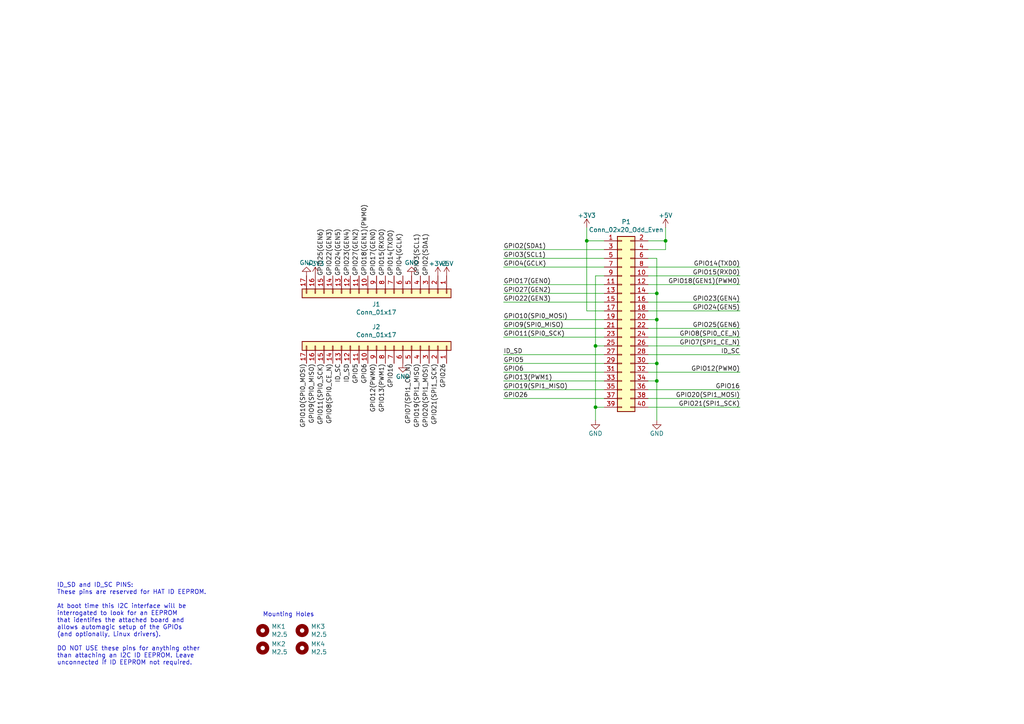
<source format=kicad_sch>
(kicad_sch (version 20230121) (generator eeschema)
  (paper "A4")
  (title_block (date "15 nov 2012"))
  (lib_symbols
    (symbol "Connector_Generic:Conn_01x17" (pin_names (offset 1.016) hide)
      (property "Reference" "J" (at 0 22.86 0))
      (property "Value" "Conn_01x17" (at 0 -22.86 0))
      (symbol "Conn_01x17_1_1"
        (rectangle (start -1.27 -20.193) (end 0 -20.447) (stroke (width 0.1524)))
        (rectangle (start -1.27 -17.653) (end 0 -17.907) (stroke (width 0.1524)))
        (rectangle (start -1.27 -15.113) (end 0 -15.367) (stroke (width 0.1524)))
        (rectangle (start -1.27 -12.573) (end 0 -12.827) (stroke (width 0.1524)))
        (rectangle (start -1.27 -10.033) (end 0 -10.287) (stroke (width 0.1524)))
        (rectangle (start -1.27 -7.493) (end 0 -7.747) (stroke (width 0.1524)))
        (rectangle (start -1.27 -4.953) (end 0 -5.207) (stroke (width 0.1524)))
        (rectangle (start -1.27 -2.413) (end 0 -2.667) (stroke (width 0.1524)))
        (rectangle (start -1.27 0.127) (end 0 -0.127) (stroke (width 0.1524)))
        (rectangle (start -1.27 2.667) (end 0 2.413) (stroke (width 0.1524)))
        (rectangle (start -1.27 5.207) (end 0 4.953) (stroke (width 0.1524)))
        (rectangle (start -1.27 7.747) (end 0 7.493) (stroke (width 0.1524)))
        (rectangle (start -1.27 10.287) (end 0 10.033) (stroke (width 0.1524)))
        (rectangle (start -1.27 12.827) (end 0 12.573) (stroke (width 0.1524)))
        (rectangle (start -1.27 15.367) (end 0 15.113) (stroke (width 0.1524)))
        (rectangle (start -1.27 17.907) (end 0 17.653) (stroke (width 0.1524)))
        (rectangle (start -1.27 20.447) (end 0 20.193) (stroke (width 0.1524)))
        (rectangle (start -1.27 21.59) (end 1.27 -21.59) (stroke (width 0.254)) (fill (type background)))
        (pin passive line (at -5.08 20.32 0) (length 3.81) (name "Pin_1") (number "1"))
        (pin passive line (at -5.08 -2.54 0) (length 3.81) (name "Pin_10") (number "10"))
        (pin passive line (at -5.08 -5.08 0) (length 3.81) (name "Pin_11") (number "11"))
        (pin passive line (at -5.08 -7.62 0) (length 3.81) (name "Pin_12") (number "12"))
        (pin passive line (at -5.08 -10.16 0) (length 3.81) (name "Pin_13") (number "13"))
        (pin passive line (at -5.08 -12.7 0) (length 3.81) (name "Pin_14") (number "14"))
        (pin passive line (at -5.08 -15.24 0) (length 3.81) (name "Pin_15") (number "15"))
        (pin passive line (at -5.08 -17.78 0) (length 3.81) (name "Pin_16") (number "16"))
        (pin passive line (at -5.08 -20.32 0) (length 3.81) (name "Pin_17") (number "17"))
        (pin passive line (at -5.08 17.78 0) (length 3.81) (name "Pin_2") (number "2"))
        (pin passive line (at -5.08 15.24 0) (length 3.81) (name "Pin_3") (number "3"))
        (pin passive line (at -5.08 12.7 0) (length 3.81) (name "Pin_4") (number "4"))
        (pin passive line (at -5.08 10.16 0) (length 3.81) (name "Pin_5") (number "5"))
        (pin passive line (at -5.08 7.62 0) (length 3.81) (name "Pin_6") (number "6"))
        (pin passive line (at -5.08 5.08 0) (length 3.81) (name "Pin_7") (number "7"))
        (pin passive line (at -5.08 2.54 0) (length 3.81) (name "Pin_8") (number "8"))
        (pin passive line (at -5.08 0 0) (length 3.81) (name "Pin_9") (number "9"))
      )
    )
    (symbol "Connector_Generic:Conn_02x20_Odd_Even" (pin_names (offset 1.016) hide)
      (property "Reference" "J" (at 1.27 25.4 0))
      (property "Value" "Conn_02x20_Odd_Even" (at 1.27 -27.94 0))
      (symbol "Conn_02x20_Odd_Even_1_1"
        (rectangle (start -1.27 -25.273) (end 0 -25.527) (stroke (width 0.1524)))
        (rectangle (start -1.27 -22.733) (end 0 -22.987) (stroke (width 0.1524)))
        (rectangle (start -1.27 -20.193) (end 0 -20.447) (stroke (width 0.1524)))
        (rectangle (start -1.27 -17.653) (end 0 -17.907) (stroke (width 0.1524)))
        (rectangle (start -1.27 -15.113) (end 0 -15.367) (stroke (width 0.1524)))
        (rectangle (start -1.27 -12.573) (end 0 -12.827) (stroke (width 0.1524)))
        (rectangle (start -1.27 -10.033) (end 0 -10.287) (stroke (width 0.1524)))
        (rectangle (start -1.27 -7.493) (end 0 -7.747) (stroke (width 0.1524)))
        (rectangle (start -1.27 -4.953) (end 0 -5.207) (stroke (width 0.1524)))
        (rectangle (start -1.27 -2.413) (end 0 -2.667) (stroke (width 0.1524)))
        (rectangle (start -1.27 0.127) (end 0 -0.127) (stroke (width 0.1524)))
        (rectangle (start -1.27 2.667) (end 0 2.413) (stroke (width 0.1524)))
        (rectangle (start -1.27 5.207) (end 0 4.953) (stroke (width 0.1524)))
        (rectangle (start -1.27 7.747) (end 0 7.493) (stroke (width 0.1524)))
        (rectangle (start -1.27 10.287) (end 0 10.033) (stroke (width 0.1524)))
        (rectangle (start -1.27 12.827) (end 0 12.573) (stroke (width 0.1524)))
        (rectangle (start -1.27 15.367) (end 0 15.113) (stroke (width 0.1524)))
        (rectangle (start -1.27 17.907) (end 0 17.653) (stroke (width 0.1524)))
        (rectangle (start -1.27 20.447) (end 0 20.193) (stroke (width 0.1524)))
        (rectangle (start -1.27 22.987) (end 0 22.733) (stroke (width 0.1524)))
        (rectangle (start -1.27 24.13) (end 3.81 -26.67) (stroke (width 0.254)) (fill (type background)))
        (rectangle (start 3.81 -25.273) (end 2.54 -25.527) (stroke (width 0.1524)))
        (rectangle (start 3.81 -22.733) (end 2.54 -22.987) (stroke (width 0.1524)))
        (rectangle (start 3.81 -20.193) (end 2.54 -20.447) (stroke (width 0.1524)))
        (rectangle (start 3.81 -17.653) (end 2.54 -17.907) (stroke (width 0.1524)))
        (rectangle (start 3.81 -15.113) (end 2.54 -15.367) (stroke (width 0.1524)))
        (rectangle (start 3.81 -12.573) (end 2.54 -12.827) (stroke (width 0.1524)))
        (rectangle (start 3.81 -10.033) (end 2.54 -10.287) (stroke (width 0.1524)))
        (rectangle (start 3.81 -7.493) (end 2.54 -7.747) (stroke (width 0.1524)))
        (rectangle (start 3.81 -4.953) (end 2.54 -5.207) (stroke (width 0.1524)))
        (rectangle (start 3.81 -2.413) (end 2.54 -2.667) (stroke (width 0.1524)))
        (rectangle (start 3.81 0.127) (end 2.54 -0.127) (stroke (width 0.1524)))
        (rectangle (start 3.81 2.667) (end 2.54 2.413) (stroke (width 0.1524)))
        (rectangle (start 3.81 5.207) (end 2.54 4.953) (stroke (width 0.1524)))
        (rectangle (start 3.81 7.747) (end 2.54 7.493) (stroke (width 0.1524)))
        (rectangle (start 3.81 10.287) (end 2.54 10.033) (stroke (width 0.1524)))
        (rectangle (start 3.81 12.827) (end 2.54 12.573) (stroke (width 0.1524)))
        (rectangle (start 3.81 15.367) (end 2.54 15.113) (stroke (width 0.1524)))
        (rectangle (start 3.81 17.907) (end 2.54 17.653) (stroke (width 0.1524)))
        (rectangle (start 3.81 20.447) (end 2.54 20.193) (stroke (width 0.1524)))
        (rectangle (start 3.81 22.987) (end 2.54 22.733) (stroke (width 0.1524)))
        (pin passive line (at -5.08 22.86 0) (length 3.81) (name "Pin_1") (number "1"))
        (pin passive line (at 7.62 12.7 180) (length 3.81) (name "Pin_10") (number "10"))
        (pin passive line (at -5.08 10.16 0) (length 3.81) (name "Pin_11") (number "11"))
        (pin passive line (at 7.62 10.16 180) (length 3.81) (name "Pin_12") (number "12"))
        (pin passive line (at -5.08 7.62 0) (length 3.81) (name "Pin_13") (number "13"))
        (pin passive line (at 7.62 7.62 180) (length 3.81) (name "Pin_14") (number "14"))
        (pin passive line (at -5.08 5.08 0) (length 3.81) (name "Pin_15") (number "15"))
        (pin passive line (at 7.62 5.08 180) (length 3.81) (name "Pin_16") (number "16"))
        (pin passive line (at -5.08 2.54 0) (length 3.81) (name "Pin_17") (number "17"))
        (pin passive line (at 7.62 2.54 180) (length 3.81) (name "Pin_18") (number "18"))
        (pin passive line (at -5.08 0 0) (length 3.81) (name "Pin_19") (number "19"))
        (pin passive line (at 7.62 22.86 180) (length 3.81) (name "Pin_2") (number "2"))
        (pin passive line (at 7.62 0 180) (length 3.81) (name "Pin_20") (number "20"))
        (pin passive line (at -5.08 -2.54 0) (length 3.81) (name "Pin_21") (number "21"))
        (pin passive line (at 7.62 -2.54 180) (length 3.81) (name "Pin_22") (number "22"))
        (pin passive line (at -5.08 -5.08 0) (length 3.81) (name "Pin_23") (number "23"))
        (pin passive line (at 7.62 -5.08 180) (length 3.81) (name "Pin_24") (number "24"))
        (pin passive line (at -5.08 -7.62 0) (length 3.81) (name "Pin_25") (number "25"))
        (pin passive line (at 7.62 -7.62 180) (length 3.81) (name "Pin_26") (number "26"))
        (pin passive line (at -5.08 -10.16 0) (length 3.81) (name "Pin_27") (number "27"))
        (pin passive line (at 7.62 -10.16 180) (length 3.81) (name "Pin_28") (number "28"))
        (pin passive line (at -5.08 -12.7 0) (length 3.81) (name "Pin_29") (number "29"))
        (pin passive line (at -5.08 20.32 0) (length 3.81) (name "Pin_3") (number "3"))
        (pin passive line (at 7.62 -12.7 180) (length 3.81) (name "Pin_30") (number "30"))
        (pin passive line (at -5.08 -15.24 0) (length 3.81) (name "Pin_31") (number "31"))
        (pin passive line (at 7.62 -15.24 180) (length 3.81) (name "Pin_32") (number "32"))
        (pin passive line (at -5.08 -17.78 0) (length 3.81) (name "Pin_33") (number "33"))
        (pin passive line (at 7.62 -17.78 180) (length 3.81) (name "Pin_34") (number "34"))
        (pin passive line (at -5.08 -20.32 0) (length 3.81) (name "Pin_35") (number "35"))
        (pin passive line (at 7.62 -20.32 180) (length 3.81) (name "Pin_36") (number "36"))
        (pin passive line (at -5.08 -22.86 0) (length 3.81) (name "Pin_37") (number "37"))
        (pin passive line (at 7.62 -22.86 180) (length 3.81) (name "Pin_38") (number "38"))
        (pin passive line (at -5.08 -25.4 0) (length 3.81) (name "Pin_39") (number "39"))
        (pin passive line (at 7.62 20.32 180) (length 3.81) (name "Pin_4") (number "4"))
        (pin passive line (at 7.62 -25.4 180) (length 3.81) (name "Pin_40") (number "40"))
        (pin passive line (at -5.08 17.78 0) (length 3.81) (name "Pin_5") (number "5"))
        (pin passive line (at 7.62 17.78 180) (length 3.81) (name "Pin_6") (number "6"))
        (pin passive line (at -5.08 15.24 0) (length 3.81) (name "Pin_7") (number "7"))
        (pin passive line (at 7.62 15.24 180) (length 3.81) (name "Pin_8") (number "8"))
        (pin passive line (at -5.08 12.7 0) (length 3.81) (name "Pin_9") (number "9"))
      )
    )
    (symbol "main_pcb-rescue:+3.3V-power" (power) (pin_names (offset 0))
      (property "Value" "+3.3V-power" (at 0 3.556 0))
      (symbol "+3.3V-power_0_1"
        (polyline (pts (xy -0.762 1.27) (xy 0 2.54)))
        (polyline (pts (xy 0 0) (xy 0 2.54)))
        (polyline (pts (xy 0 2.54) (xy 0.762 1.27)))
      )
      (symbol "+3.3V-power_1_1"
        (pin power_in line (at 0 0 90) (length 0) hide (name "+3V3") (number "1"))
      )
    )
    (symbol "main_pcb-rescue:Mounting_Hole-Mechanical-main_pcb-rescue" (pin_names (offset 1.016))
      (property "Reference" "MK" (at 0 5.08 0))
      (property "Value" "main_pcb-rescue_Mounting_Hole-Mechanical" (at 0 3.175 0))
      (symbol "Mounting_Hole-Mechanical-main_pcb-rescue_0_1"
        (circle (center 0 0) (radius 1.27) (stroke (width 1.27)))
      )
    )
    (symbol "power:+5V" (power) (pin_names (offset 0))
      (property "Value" "+5V" (at 0 3.556 0))
      (symbol "+5V_0_1"
        (polyline (pts (xy -0.762 1.27) (xy 0 2.54)))
        (polyline (pts (xy 0 0) (xy 0 2.54)))
        (polyline (pts (xy 0 2.54) (xy 0.762 1.27)))
      )
      (symbol "+5V_1_1"
        (pin power_in line (at 0 0 90) (length 0) hide (name "+5V") (number "1"))
      )
    )
    (symbol "power:GND" (power) (pin_names (offset 0))
      (property "Value" "GND" (at 0 -3.81 0))
      (symbol "GND_0_1"
        (polyline (pts (xy 0 0) (xy 0 -1.27) (xy 1.27 -1.27) (xy 0 -2.54) (xy -1.27 -1.27) (xy 0 -1.27)))
      )
      (symbol "GND_1_1"
        (pin power_in line (at 0 0 270) (length 0) hide (name "GND") (number "1"))
      )
    )
  )
  (junction (at 190.5 110.49))
  (junction (at 170.18 69.85))
  (junction (at 190.5 105.41))
  (junction (at 190.5 85.09))
  (junction (at 193.04 69.85))
  (junction (at 172.72 100.33))
  (junction (at 172.72 118.11))
  (junction (at 190.5 92.71))
  (wire (pts (xy 146.05 87.63) (xy 175.26 87.63)))
  (wire (pts (xy 187.96 97.79) (xy 214.63 97.79)))
  (wire (pts (xy 146.05 115.57) (xy 175.26 115.57)))
  (wire (pts (xy 193.04 66.04) (xy 193.04 69.85)))
  (wire (pts (xy 193.04 69.85) (xy 187.96 69.85)))
  (wire (pts (xy 172.72 118.11) (xy 172.72 121.92)))
  (wire (pts (xy 172.72 100.33) (xy 175.26 100.33)))
  (wire (pts (xy 190.5 74.93) (xy 187.96 74.93)))
  (wire (pts (xy 175.26 92.71) (xy 146.05 92.71)))
  (wire (pts (xy 190.5 110.49) (xy 190.5 121.92)))
  (wire (pts (xy 187.96 77.47) (xy 214.63 77.47)))
  (wire (pts (xy 190.5 85.09) (xy 190.5 92.71)))
  (wire (pts (xy 146.05 95.25) (xy 175.26 95.25)))
  (wire (pts (xy 175.26 82.55) (xy 146.05 82.55)))
  (wire (pts (xy 187.96 100.33) (xy 214.63 100.33)))
  (wire (pts (xy 190.5 74.93) (xy 190.5 85.09)))
  (wire (pts (xy 172.72 100.33) (xy 172.72 118.11)))
  (wire (pts (xy 175.26 110.49) (xy 146.05 110.49)))
  (wire (pts (xy 190.5 92.71) (xy 187.96 92.71)))
  (wire (pts (xy 146.05 77.47) (xy 175.26 77.47)))
  (wire (pts (xy 170.18 69.85) (xy 170.18 90.17)))
  (wire (pts (xy 172.72 80.01) (xy 175.26 80.01)))
  (wire (pts (xy 146.05 85.09) (xy 175.26 85.09)))
  (wire (pts (xy 187.96 95.25) (xy 214.63 95.25)))
  (wire (pts (xy 187.96 80.01) (xy 214.63 80.01)))
  (wire (pts (xy 175.26 72.39) (xy 146.05 72.39)))
  (wire (pts (xy 187.96 115.57) (xy 214.63 115.57)))
  (wire (pts (xy 146.05 74.93) (xy 175.26 74.93)))
  (wire (pts (xy 187.96 90.17) (xy 214.63 90.17)))
  (wire (pts (xy 146.05 105.41) (xy 175.26 105.41)))
  (wire (pts (xy 170.18 66.04) (xy 170.18 69.85)))
  (wire (pts (xy 146.05 113.03) (xy 175.26 113.03)))
  (wire (pts (xy 187.96 113.03) (xy 214.63 113.03)))
  (wire (pts (xy 146.05 107.95) (xy 175.26 107.95)))
  (wire (pts (xy 187.96 87.63) (xy 214.63 87.63)))
  (wire (pts (xy 187.96 102.87) (xy 214.63 102.87)))
  (wire (pts (xy 172.72 80.01) (xy 172.72 100.33)))
  (wire (pts (xy 190.5 110.49) (xy 187.96 110.49)))
  (wire (pts (xy 172.72 118.11) (xy 175.26 118.11)))
  (wire (pts (xy 187.96 107.95) (xy 214.63 107.95)))
  (wire (pts (xy 170.18 69.85) (xy 175.26 69.85)))
  (wire (pts (xy 175.26 102.87) (xy 146.05 102.87)))
  (wire (pts (xy 187.96 118.11) (xy 214.63 118.11)))
  (wire (pts (xy 190.5 105.41) (xy 190.5 110.49)))
  (wire (pts (xy 193.04 72.39) (xy 187.96 72.39)))
  (wire (pts (xy 193.04 69.85) (xy 193.04 72.39)))
  (wire (pts (xy 190.5 85.09) (xy 187.96 85.09)))
  (wire (pts (xy 187.96 82.55) (xy 214.63 82.55)))
  (wire (pts (xy 190.5 105.41) (xy 187.96 105.41)))
  (wire (pts (xy 190.5 92.71) (xy 190.5 105.41)))
  (wire (pts (xy 146.05 97.79) (xy 175.26 97.79)))
  (wire (pts (xy 170.18 90.17) (xy 175.26 90.17)))
  (text "Mounting Holes" (at 76.2 179.07 0) (effects (font (size 1.27 1.27)) (justify left bottom)))
  (text "ID_SD and ID_SC PINS:\nThese pins are reserved for HAT ID EEPROM.\n\nAt boot time this I2C interface will be\ninterrogated to look for an EEPROM\nthat identifes the attached board and\nallows automagic setup of the GPIOs\n(and optionally, Linux drivers).\n\nDO NOT USE these pins for anything other\nthan attaching an I2C ID EEPROM. Leave\nunconnected if ID EEPROM not required." (at 16.51 193.04 0) (effects (font (size 1.27 1.27)) (justify left bottom)))
  (label "GPIO15(RXD0)" (at 111.76 80.01 90))
  (label "GPIO17(GEN0)" (at 146.05 82.55 0))
  (label "GPIO24(GEN5)" (at 99.06 80.01 90))
  (label "GPIO15(RXD0)" (at 214.63 80.01 180))
  (label "GPIO21(SPI1_SCK)" (at 214.63 118.11 180))
  (label "GPIO26" (at 129.54 105.41 270))
  (label "GPIO16" (at 214.63 113.03 180))
  (label "ID_SC" (at 99.06 105.41 270))
  (label "GPIO23(GEN4)" (at 101.6 80.01 90))
  (label "GPIO8(SPI0_CE_N)" (at 214.63 97.79 180))
  (label "GPIO9(SPI0_MISO)" (at 91.44 105.41 270))
  (label "GPIO12(PWM0)" (at 214.63 107.95 180))
  (label "GPIO25(GEN6)" (at 214.63 95.25 180))
  (label "GPIO6" (at 146.05 107.95 0))
  (label "GPIO3(SCL1)" (at 121.92 80.01 90))
  (label "GPIO21(SPI1_SCK)" (at 127 105.41 270))
  (label "GPIO5" (at 104.14 105.41 270))
  (label "GPIO17(GEN0)" (at 109.22 80.01 90))
  (label "GPIO9(SPI0_MISO)" (at 146.05 95.25 0))
  (label "GPIO20(SPI1_MOSI)" (at 214.63 115.57 180))
  (label "GPIO2(SDA1)" (at 146.05 72.39 0))
  (label "GPIO24(GEN5)" (at 214.63 90.17 180))
  (label "GPIO27(GEN2)" (at 104.14 80.01 90))
  (label "ID_SC" (at 214.63 102.87 180))
  (label "GPIO18(GEN1)(PWM0)" (at 106.68 80.01 90))
  (label "GPIO14(TXD0)" (at 114.3 80.01 90))
  (label "ID_SD" (at 146.05 102.87 0))
  (label "GPIO3(SCL1)" (at 146.05 74.93 0))
  (label "GPIO6" (at 106.68 105.41 270))
  (label "GPIO22(GEN3)" (at 96.52 80.01 90))
  (label "GPIO22(GEN3)" (at 146.05 87.63 0))
  (label "GPIO12(PWM0)" (at 109.22 105.41 270))
  (label "GPIO10(SPI0_MOSI)" (at 88.9 105.41 270))
  (label "GPIO27(GEN2)" (at 146.05 85.09 0))
  (label "GPIO18(GEN1)(PWM0)" (at 214.63 82.55 180))
  (label "GPIO25(GEN6)" (at 93.98 80.01 90))
  (label "GPIO23(GEN4)" (at 214.63 87.63 180))
  (label "GPIO11(SPI0_SCK)" (at 146.05 97.79 0))
  (label "GPIO5" (at 146.05 105.41 0))
  (label "GPIO7(SPI1_CE_N)" (at 214.63 100.33 180))
  (label "GPIO19(SPI1_MISO)" (at 121.92 105.41 270))
  (label "GPIO4(GCLK)" (at 146.05 77.47 0))
  (label "GPIO13(PWM1)" (at 111.76 105.41 270))
  (label "GPIO20(SPI1_MOSI)" (at 124.46 105.41 270))
  (label "GPIO13(PWM1)" (at 146.05 110.49 0))
  (label "GPIO7(SPI1_CE_N)" (at 119.38 105.41 270))
  (label "GPIO10(SPI0_MOSI)" (at 146.05 92.71 0))
  (label "GPIO14(TXD0)" (at 214.63 77.47 180))
  (label "GPIO26" (at 146.05 115.57 0))
  (label "GPIO16" (at 114.3 105.41 270))
  (label "GPIO11(SPI0_SCK)" (at 93.98 105.41 270))
  (label "GPIO2(SDA1)" (at 124.46 80.01 90))
  (label "GPIO19(SPI1_MISO)" (at 146.05 113.03 0))
  (label "ID_SD" (at 101.6 105.41 270))
  (label "GPIO4(GCLK)" (at 116.84 80.01 90))
  (label "GPIO8(SPI0_CE_N)" (at 96.52 105.41 270))
  (symbol (lib_id "power:+5V") (at 193.04 66.04 0) (unit 1)
    (property "Reference" "#PWR01" (effects hide))
    (property "Value" "+5V" (at 193.04 62.484 0))
  )
  (symbol (lib_id "main_pcb-rescue:+3.3V-power") (at 170.18 66.04 0) (unit 1)
    (property "Reference" "#PWR04" (effects hide))
    (property "Value" "+3.3V" (at 170.18 62.484 0))
  )
  (symbol (lib_id "power:GND") (at 190.5 121.92 0) (unit 1)
    (property "Reference" "#PWR02" (effects hide))
    (property "Value" "GND" (at 190.5 125.73 0))
  )
  (symbol (lib_id "power:GND") (at 172.72 121.92 0) (unit 1)
    (property "Reference" "#PWR03" (effects hide))
    (property "Value" "GND" (at 172.72 125.73 0))
  )
  (symbol (lib_id "main_pcb-rescue:Mounting_Hole-Mechanical-main_pcb-rescue") (at 76.2 182.88 0) (unit 1)
    (property "Reference" "MK1" (at 78.74 181.7116 0) (effects (justify left)))
    (property "Value" "M2.5" (at 78.74 184.023 0) (effects (justify left)))
    (property "Footprint" "MountingHole:MountingHole_2.7mm_M2.5" (effects hide))
  )
  (symbol (lib_id "main_pcb-rescue:Mounting_Hole-Mechanical-main_pcb-rescue") (at 87.63 182.88 0) (unit 1)
    (property "Reference" "MK3" (at 90.17 181.7116 0) (effects (justify left)))
    (property "Value" "M2.5" (at 90.17 184.023 0) (effects (justify left)))
    (property "Footprint" "MountingHole:MountingHole_2.7mm_M2.5" (effects hide))
  )
  (symbol (lib_id "main_pcb-rescue:Mounting_Hole-Mechanical-main_pcb-rescue") (at 76.2 187.96 0) (unit 1)
    (property "Reference" "MK2" (at 78.74 186.7916 0) (effects (justify left)))
    (property "Value" "M2.5" (at 78.74 189.103 0) (effects (justify left)))
    (property "Footprint" "MountingHole:MountingHole_2.7mm_M2.5" (effects hide))
  )
  (symbol (lib_id "main_pcb-rescue:Mounting_Hole-Mechanical-main_pcb-rescue") (at 87.63 187.96 0) (unit 1)
    (property "Reference" "MK4" (at 90.17 186.7916 0) (effects (justify left)))
    (property "Value" "M2.5" (at 90.17 189.103 0) (effects (justify left)))
    (property "Footprint" "MountingHole:MountingHole_2.7mm_M2.5" (effects hide))
  )
  (symbol (lib_id "Connector_Generic:Conn_02x20_Odd_Even") (at 180.34 92.71 0) (unit 1)
    (property "Reference" "P1" (at 181.61 64.3382 0))
    (property "Value" "Conn_02x20_Odd_Even" (at 181.61 66.6496 0))
    (property "Footprint" "Connector_PinHeader_2.54mm:PinHeader_2x20_P2.54mm_Vertical" (effects hide))
  )
  (symbol (lib_id "Connector_Generic:Conn_01x17") (at 109.22 85.09 270) (unit 1)
    (property "Reference" "J1" (at 109.1184 88.265 90))
    (property "Value" "Conn_01x17" (at 109.1184 90.5764 90))
    (property "Footprint" "Connector_PinSocket_2.54mm:PinSocket_1x17_P2.54mm_Vertical" (effects hide))
  )
  (symbol (lib_id "Connector_Generic:Conn_01x17") (at 109.22 100.33 270) (mirror x) (unit 1)
    (property "Reference" "J2" (at 109.1184 94.8182 90))
    (property "Value" "Conn_01x17" (at 109.1184 97.1296 90))
    (property "Footprint" "Connector_PinSocket_2.54mm:PinSocket_1x17_P2.54mm_Vertical" (effects hide))
  )
  (symbol (lib_id "main_pcb-rescue:+3.3V-power") (at 127 80.01 0) (unit 1)
    (property "Reference" "#PWR0101" (effects hide))
    (property "Value" "+3.3V" (at 127 76.454 0))
  )
  (symbol (lib_id "power:GND") (at 119.38 80.01 180) (unit 1)
    (property "Reference" "#PWR0102" (effects hide))
    (property "Value" "GND" (at 119.38 76.2 0))
  )
  (symbol (lib_id "power:GND") (at 88.9 80.01 180) (unit 1)
    (property "Reference" "#PWR0103" (effects hide))
    (property "Value" "GND" (at 88.9 76.2 0))
  )
  (symbol (lib_id "power:+5V") (at 129.54 80.01 0) (unit 1)
    (property "Reference" "#PWR0104" (effects hide))
    (property "Value" "+5V" (at 129.54 76.454 0))
  )
  (symbol (lib_id "main_pcb-rescue:+3.3V-power") (at 91.44 80.01 0) (unit 1)
    (property "Reference" "#PWR0105" (effects hide))
    (property "Value" "+3.3V" (at 91.44 76.454 0))
  )
  (symbol (lib_id "power:GND") (at 116.84 105.41 0) (unit 1)
    (property "Reference" "#PWR0106" (effects hide))
    (property "Value" "GND" (at 116.84 109.22 0))
  )
)
</source>
